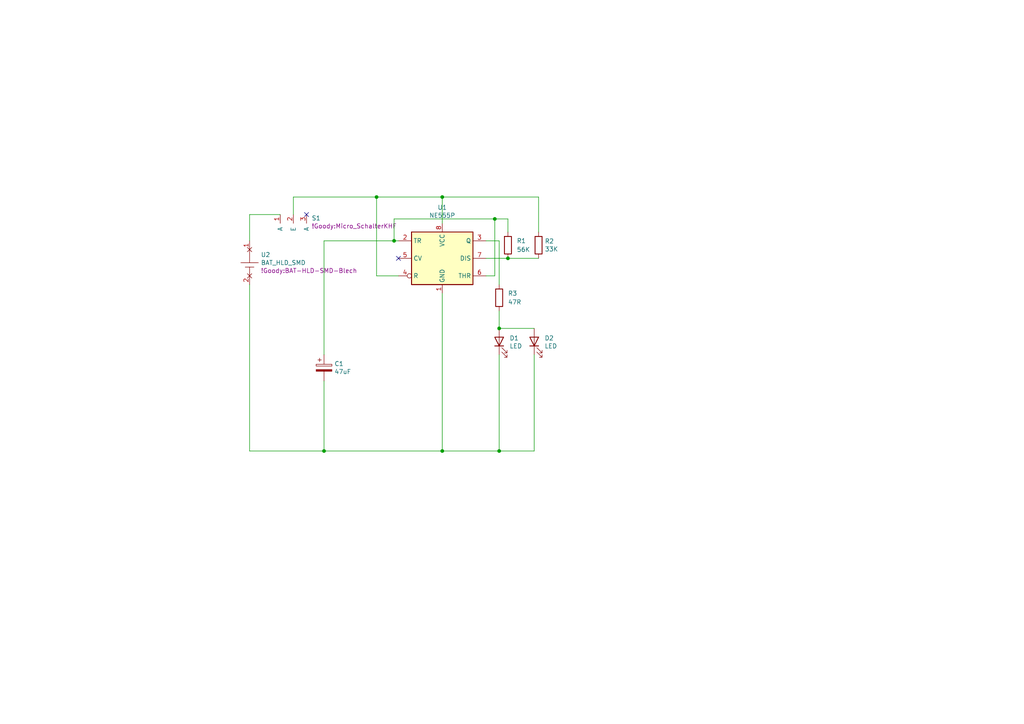
<source format=kicad_sch>
(kicad_sch (version 20230121) (generator eeschema)
  (paper "A4")
  (lib_symbols
    (symbol "!Goody:BAT_HLD_SMD" (pin_names (offset 1.016))
      (property "Reference" "U" (at -5.08 0 0))
      (property "Value" "BAT_HLD_SMD" (at -10.16 3.81 0))
      (property "Footprint" "KHF_LIB:BAT-HLD-SMD" (at -15.24 6.35 0))
      (symbol "BAT_HLD_SMD_0_1"
        (rectangle (start -1.27 -1.27) (end 1.27 -1.27))
        (rectangle (start -1.27 0) (end -2.54 0))
        (rectangle (start -1.27 0) (end 1.27 0))
        (polyline (pts (xy 0 -3.81) (xy 0 -1.27)))
        (polyline (pts (xy 0 0) (xy 0 3.81)))
        (polyline (pts (xy 1.27 0) (xy 2.54 0)))
      )
      (symbol "BAT_HLD_SMD_1_1"
        (pin power_out non_logic (at 0 6.35 270) (length 2.54) (name "~") (number "1"))
        (pin power_out non_logic (at 0 -6.35 90) (length 2.54) (name "~") (number "2"))
      )
    )
    (symbol "!Goody:ELKO" (pin_numbers hide) (pin_names (offset 0.254))
      (property "Reference" "C" (at 0.635 2.54 0))
      (property "Value" "ELKO" (at 0.635 -2.54 0))
      (symbol "ELKO_0_1"
        (rectangle (start -2.286 0.508) (end 2.286 1.016))
        (polyline (pts (xy -1.778 2.286) (xy -0.762 2.286)))
        (polyline (pts (xy -1.27 2.794) (xy -1.27 1.778)))
        (rectangle (start 2.286 -0.508) (end -2.286 -1.016) (fill (type outline)))
      )
      (symbol "ELKO_1_1"
        (pin passive line (at 0 3.81 270) (length 2.794) (name "~") (number "1"))
        (pin passive line (at 0 -3.81 90) (length 2.794) (name "~") (number "2"))
      )
    )
    (symbol "!Goody:LED" (pin_numbers hide) (pin_names (offset 1.016) hide)
      (property "Reference" "D" (at 0 2.54 0))
      (property "Value" "LED" (at 2.54 -2.54 90))
      (symbol "LED_0_1"
        (polyline (pts (xy 0 -3.81) (xy 0 -1.27)))
        (polyline (pts (xy 1.27 -3.81) (xy -1.27 -3.81)) (stroke (width 0.254)))
        (polyline (pts (xy 1.27 -1.27) (xy -1.27 -1.27) (xy 0 -3.81) (xy 1.27 -1.27)) (stroke (width 0.254)))
        (polyline (pts (xy 0.762 -5.588) (xy 2.286 -7.112) (xy 2.286 -6.35) (xy 2.286 -7.112) (xy 1.524 -7.112)))
        (polyline (pts (xy 0.762 -4.318) (xy 2.286 -5.842) (xy 2.286 -5.08) (xy 2.286 -5.842) (xy 1.524 -5.842)))
      )
      (symbol "LED_1_1"
        (pin passive line (at 0 -6.35 90) (length 2.54) (name "K") (number "1"))
        (pin passive line (at 0 1.27 270) (length 2.54) (name "A") (number "2"))
      )
    )
    (symbol "!Goody:Micro_Schalter" (pin_names (offset 1.016))
      (property "Reference" "S" (at 0 0 0))
      (property "Footprint" "KHF_LIB:Micro_SchalterKHF" (at 0 0 0))
      (symbol "Micro_Schalter_1_1"
        (pin passive line (at -3.81 -2.54 270) (length 2.54) (name "A") (number "1"))
        (pin passive line (at 0 -2.54 270) (length 2.54) (name "E") (number "2"))
        (pin passive line (at 3.81 -2.54 270) (length 2.54) (name "A") (number "3"))
      )
    )
    (symbol "!Goody:R" (pin_numbers hide) (pin_names (offset 0))
      (property "Reference" "R" (at 2.032 0 90))
      (property "Value" "R" (at 0 0 90))
      (symbol "R_0_1"
        (rectangle (start -1.016 -2.54) (end 1.016 2.54) (stroke (width 0.254)))
      )
      (symbol "R_1_1"
        (pin passive line (at 0 3.81 270) (length 1.27) (name "~") (number "1"))
        (pin passive line (at 0 -3.81 90) (length 1.27) (name "~") (number "2"))
      )
    )
    (symbol "Timer:NE555P"
      (property "Reference" "U" (at -10.16 8.89 0))
      (property "Value" "NE555P" (at 2.54 8.89 0))
      (symbol "NE555P_0_0"
        (pin power_in line (at 0 -10.16 90) (length 2.54) (name "GND") (number "1"))
        (pin power_in line (at 0 10.16 270) (length 2.54) (name "VCC") (number "8"))
      )
      (symbol "NE555P_0_1"
        (rectangle (start -8.89 -7.62) (end 8.89 7.62) (stroke (width 0.254)) (fill (type background)))
        (rectangle (start -8.89 -7.62) (end 8.89 7.62) (stroke (width 0.254)) (fill (type background)))
      )
      (symbol "NE555P_1_1"
        (pin input line (at -12.7 5.08 0) (length 3.81) (name "TR") (number "2"))
        (pin output line (at 12.7 5.08 180) (length 3.81) (name "Q") (number "3"))
        (pin input inverted (at -12.7 -5.08 0) (length 3.81) (name "R") (number "4"))
        (pin input line (at -12.7 0 0) (length 3.81) (name "CV") (number "5"))
        (pin input line (at 12.7 -5.08 180) (length 3.81) (name "THR") (number "6"))
        (pin input line (at 12.7 0 180) (length 3.81) (name "DIS") (number "7"))
      )
    )
  )
  (junction (at 128.27 130.81))
  (junction (at 147.32 74.93))
  (junction (at 109.22 57.15))
  (junction (at 93.98 130.81))
  (junction (at 114.3 69.85))
  (junction (at 128.27 57.15))
  (junction (at 144.78 130.81))
  (junction (at 143.51 63.5))
  (junction (at 144.78 95.25))
  (no_connect (at 88.9 62.23))
  (no_connect (at 115.57 74.93))
  (wire (pts (xy 109.22 57.15) (xy 128.27 57.15)))
  (wire (pts (xy 144.78 82.55) (xy 144.78 69.85)))
  (wire (pts (xy 93.98 69.85) (xy 114.3 69.85)))
  (wire (pts (xy 93.98 110.49) (xy 93.98 130.81)))
  (wire (pts (xy 72.39 82.55) (xy 72.39 130.81)))
  (wire (pts (xy 147.32 63.5) (xy 147.32 67.31)))
  (wire (pts (xy 72.39 130.81) (xy 93.98 130.81)))
  (wire (pts (xy 144.78 130.81) (xy 154.94 130.81)))
  (wire (pts (xy 140.97 69.85) (xy 144.78 69.85)))
  (wire (pts (xy 144.78 90.17) (xy 144.78 95.25)))
  (wire (pts (xy 72.39 62.23) (xy 81.28 62.23)))
  (wire (pts (xy 144.78 95.25) (xy 154.94 95.25)))
  (wire (pts (xy 128.27 57.15) (xy 128.27 64.77)))
  (wire (pts (xy 85.09 62.23) (xy 85.09 57.15)))
  (wire (pts (xy 128.27 57.15) (xy 156.21 57.15)))
  (wire (pts (xy 93.98 130.81) (xy 128.27 130.81)))
  (wire (pts (xy 72.39 69.85) (xy 72.39 62.23)))
  (wire (pts (xy 128.27 130.81) (xy 144.78 130.81)))
  (wire (pts (xy 140.97 74.93) (xy 147.32 74.93)))
  (wire (pts (xy 144.78 102.87) (xy 144.78 130.81)))
  (wire (pts (xy 156.21 57.15) (xy 156.21 67.31)))
  (wire (pts (xy 147.32 74.93) (xy 156.21 74.93)))
  (wire (pts (xy 93.98 69.85) (xy 93.98 102.87)))
  (wire (pts (xy 143.51 63.5) (xy 114.3 63.5)))
  (wire (pts (xy 109.22 80.01) (xy 109.22 57.15)))
  (wire (pts (xy 115.57 80.01) (xy 109.22 80.01)))
  (wire (pts (xy 114.3 69.85) (xy 115.57 69.85)))
  (wire (pts (xy 143.51 63.5) (xy 147.32 63.5)))
  (wire (pts (xy 85.09 57.15) (xy 109.22 57.15)))
  (wire (pts (xy 143.51 80.01) (xy 143.51 63.5)))
  (wire (pts (xy 143.51 80.01) (xy 140.97 80.01)))
  (wire (pts (xy 128.27 85.09) (xy 128.27 130.81)))
  (wire (pts (xy 154.94 102.87) (xy 154.94 130.81)))
  (wire (pts (xy 114.3 63.5) (xy 114.3 69.85)))
  (symbol (lib_id "Timer:NE555P") (at 128.27 74.93 0) (unit 1)
    (property "Reference" "U1" (at 128.27 60.1726 0))
    (property "Value" "NE555P" (at 128.27 62.484 0))
    (property "Footprint" "Package_DIP:DIP-8_W7.62mm" (effects hide))
    (property "Datasheet" "http://www.ti.com/lit/ds/symlink/ne555.pdf" (effects hide))
  )
  (symbol (lib_id "!Goody:ELKO") (at 93.98 106.68 0) (unit 1)
    (property "Reference" "C1" (at 96.9772 105.5116 0) (effects (justify left)))
    (property "Value" "47uF" (at 96.9772 107.823 0) (effects (justify left)))
    (property "Footprint" "Capacitor_THT:CP_Radial_D6.3mm_P2.50mm" (effects hide))
  )
  (symbol (lib_id "!Goody:LED") (at 144.78 96.52 0) (unit 1)
    (property "Reference" "D1" (at 147.7772 98.0694 0) (effects (justify left)))
    (property "Value" "LED" (at 147.7772 100.3808 0) (effects (justify left)))
    (property "Footprint" "LED_THT:LED_D5.0mm" (effects hide))
  )
  (symbol (lib_id "!Goody:LED") (at 154.94 96.52 0) (unit 1)
    (property "Reference" "D2" (at 157.9372 98.0694 0) (effects (justify left)))
    (property "Value" "LED" (at 157.9372 100.3808 0) (effects (justify left)))
    (property "Footprint" "LED_THT:LED_D5.0mm" (effects hide))
  )
  (symbol (lib_id "!Goody:BAT_HLD_SMD") (at 72.39 76.2 0) (unit 1)
    (property "Reference" "U2" (at 75.6412 73.8886 0) (effects (justify left)))
    (property "Value" "BAT_HLD_SMD" (at 75.6412 76.2 0) (effects (justify left)))
    (property "Footprint" "!Goody:BAT-HLD-SMD-Blech" (at 75.6412 78.5114 0) (effects (justify left)))
  )
  (symbol (lib_id "!Goody:Micro_Schalter") (at 85.09 59.69 0) (unit 1)
    (property "Reference" "S1" (at 90.3732 63.2714 0) (effects (justify left)))
    (property "Value" "Micro_Schalter" (effects hide))
    (property "Footprint" "!Goody:Micro_SchalterKHF" (at 90.3732 65.5828 0) (effects (justify left)))
  )
  (symbol (lib_id "!Goody:R") (at 156.21 71.12 0) (unit 1)
    (property "Reference" "R2" (at 157.988 69.9516 0) (effects (justify left)))
    (property "Value" "33K" (at 157.988 72.263 0) (effects (justify left)))
    (property "Footprint" "Resistor_THT:R_Axial_DIN0207_L6.3mm_D2.5mm_P10.16mm_Horizontal" (effects hide))
  )
  (symbol (lib_id "!Goody:R") (at 147.32 71.12 0) (unit 1)
    (property "Reference" "R1" (at 149.86 69.85 0) (effects (justify left)))
    (property "Value" "56K" (at 149.86 72.39 0) (effects (justify left)))
    (property "Footprint" "Resistor_THT:R_Axial_DIN0207_L6.3mm_D2.5mm_P10.16mm_Horizontal" (effects hide))
  )
  (symbol (lib_id "!Goody:R") (at 144.78 86.36 0) (unit 1)
    (property "Reference" "R3" (at 147.32 85.09 0) (effects (justify left)))
    (property "Value" "47R" (at 147.32 87.63 0) (effects (justify left)))
    (property "Footprint" "Resistor_THT:R_Axial_DIN0207_L6.3mm_D2.5mm_P10.16mm_Horizontal" (effects hide))
  )
)
</source>
